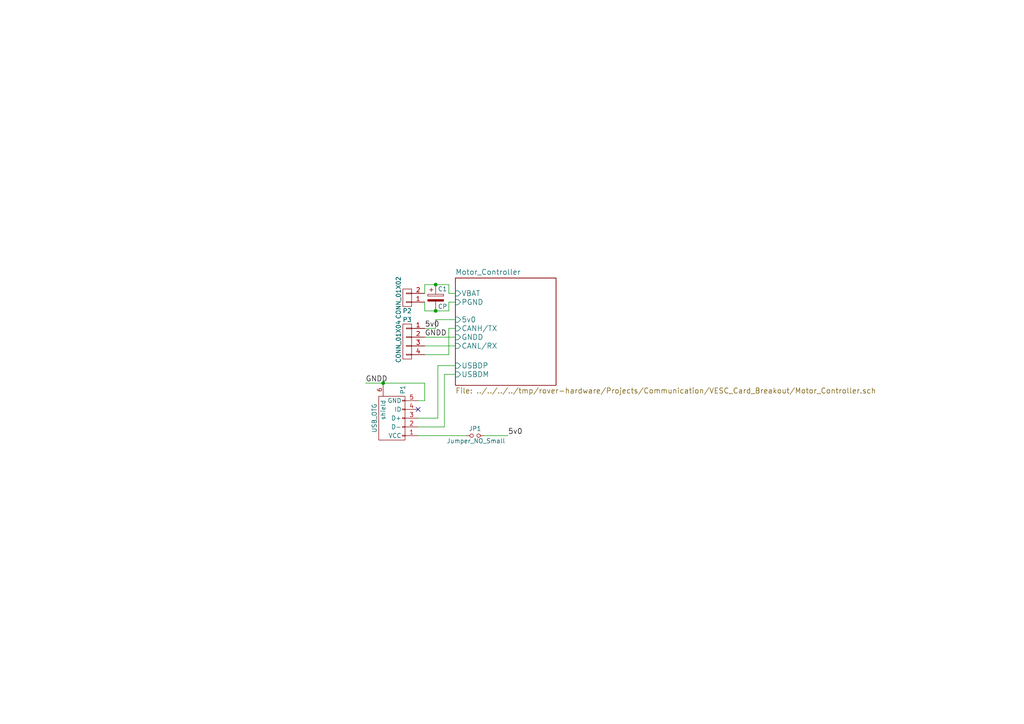
<source format=kicad_sch>
(kicad_sch (version 20230121) (generator eeschema)
  (paper "A4")
  (lib_symbols
    (symbol "VESC_Card_Breakout-rescue:CONN_01X02" (pin_names (offset 1.016) hide)
      (property "Reference" "P" (at 0 3.81 0))
      (property "Value" "CONN_01X02" (at 2.54 0 90))
      (symbol "CONN_01X02_0_1"
        (rectangle (start -1.27 -1.143) (end 0.254 -1.397))
        (rectangle (start -1.27 1.397) (end 0.254 1.143))
        (rectangle (start -1.27 2.54) (end 1.27 -2.54))
      )
      (symbol "CONN_01X02_1_1"
        (pin passive line (at -5.08 1.27 0) (length 3.81) (name "P1") (number "1"))
        (pin passive line (at -5.08 -1.27 0) (length 3.81) (name "P2") (number "2"))
      )
    )
    (symbol "VESC_Card_Breakout-rescue:CONN_01X04" (pin_names (offset 1.016) hide)
      (property "Reference" "P" (at 0 6.35 0))
      (property "Value" "CONN_01X04" (at 2.54 0 90))
      (symbol "CONN_01X04_0_1"
        (rectangle (start -1.27 -3.683) (end 0.254 -3.937))
        (rectangle (start -1.27 -1.143) (end 0.254 -1.397))
        (rectangle (start -1.27 1.397) (end 0.254 1.143))
        (rectangle (start -1.27 3.937) (end 0.254 3.683))
        (rectangle (start -1.27 5.08) (end 1.27 -5.08))
      )
      (symbol "CONN_01X04_1_1"
        (pin passive line (at -5.08 3.81 0) (length 3.81) (name "P1") (number "1"))
        (pin passive line (at -5.08 1.27 0) (length 3.81) (name "P2") (number "2"))
        (pin passive line (at -5.08 -1.27 0) (length 3.81) (name "P3") (number "3"))
        (pin passive line (at -5.08 -3.81 0) (length 3.81) (name "P4") (number "4"))
      )
    )
    (symbol "VESC_Card_Breakout-rescue:CP" (pin_numbers hide) (pin_names (offset 0.254))
      (property "Reference" "C" (at 0.635 2.54 0))
      (property "Value" "CP" (at 0.635 -2.54 0))
      (symbol "CP_0_1"
        (rectangle (start -2.286 0.508) (end -2.286 1.016))
        (rectangle (start -2.286 0.508) (end 2.286 0.508))
        (polyline (pts (xy -1.778 2.286) (xy -0.762 2.286)))
        (polyline (pts (xy -1.27 2.794) (xy -1.27 1.778)))
        (rectangle (start 2.286 -0.508) (end -2.286 -1.016) (fill (type outline)))
        (rectangle (start 2.286 1.016) (end -2.286 1.016))
        (rectangle (start 2.286 1.016) (end 2.286 0.508))
      )
      (symbol "CP_1_1"
        (pin passive line (at 0 3.81 270) (length 2.794) (name "~") (number "1"))
        (pin passive line (at 0 -3.81 90) (length 2.794) (name "~") (number "2"))
      )
    )
    (symbol "VESC_Card_Breakout-rescue:Jumper_NO_Small" (pin_numbers hide) (pin_names (offset 0.762) hide)
      (property "Reference" "JP" (at 0 2.032 0))
      (symbol "Jumper_NO_Small_0_1"
        (circle (center -1.016 0) (radius 0.508))
        (circle (center 1.016 0) (radius 0.508))
        (pin passive line (at -2.54 0 0) (length 1.016) (name "1") (number "1"))
        (pin passive line (at 2.54 0 180) (length 1.016) (name "2") (number "2"))
      )
    )
    (symbol "VESC_Card_Breakout-rescue:USB_OTG" (pin_names (offset 1.016))
      (property "Reference" "P" (at 8.255 -3.175 0))
      (property "Value" "USB_OTG" (at 0 5.08 0))
      (symbol "USB_OTG_0_1"
        (rectangle (start -6.35 -3.81) (end 6.35 3.81))
        (rectangle (start -5.207 -3.81) (end -4.953 -3.048))
        (rectangle (start -2.667 -3.81) (end -2.413 -3.048))
        (rectangle (start -0.127 -3.81) (end 0.127 -3.048))
        (rectangle (start 2.413 -3.81) (end 2.667 -3.048))
        (rectangle (start 4.953 -3.81) (end 5.207 -3.048))
      )
      (symbol "USB_OTG_1_1"
        (pin power_out line (at -5.08 -7.62 90) (length 3.81) (name "VCC") (number "1"))
        (pin passive line (at -2.54 -7.62 90) (length 3.81) (name "D-") (number "2"))
        (pin passive line (at 0 -7.62 90) (length 3.81) (name "D+") (number "3"))
        (pin power_in line (at 2.54 -7.62 90) (length 3.81) (name "ID") (number "4"))
        (pin power_in line (at 5.08 -7.62 90) (length 3.81) (name "GND") (number "5"))
        (pin passive line (at 10.16 2.54 180) (length 3.81) (name "shield") (number "6"))
      )
    )
  )
  (junction (at 111.125 111.125))
  (junction (at 126.365 82.55))
  (junction (at 126.365 90.17))
  (no_connect (at 121.285 118.745))
  (wire (pts (xy 132.08 108.585) (xy 128.905 108.585)))
  (wire (pts (xy 121.285 121.285) (xy 127 121.285)))
  (wire (pts (xy 132.08 87.63) (xy 130.175 87.63)))
  (wire (pts (xy 140.335 126.365) (xy 147.32 126.365)))
  (wire (pts (xy 123.19 85.09) (xy 123.19 82.55)))
  (wire (pts (xy 127 121.285) (xy 127 106.045)))
  (wire (pts (xy 127 106.045) (xy 132.08 106.045)))
  (wire (pts (xy 111.125 111.125) (xy 123.19 111.125)))
  (wire (pts (xy 126.365 92.71) (xy 126.365 95.25)))
  (wire (pts (xy 126.365 95.25) (xy 123.19 95.25)))
  (wire (pts (xy 132.08 100.33) (xy 123.19 100.33)))
  (wire (pts (xy 123.19 82.55) (xy 126.365 82.55)))
  (wire (pts (xy 132.08 95.25) (xy 130.175 95.25)))
  (wire (pts (xy 121.285 126.365) (xy 135.255 126.365)))
  (wire (pts (xy 128.905 123.825) (xy 121.285 123.825)))
  (wire (pts (xy 130.175 95.25) (xy 130.175 102.87)))
  (wire (pts (xy 123.19 116.205) (xy 121.285 116.205)))
  (wire (pts (xy 130.175 102.87) (xy 123.19 102.87)))
  (wire (pts (xy 130.175 90.17) (xy 126.365 90.17)))
  (wire (pts (xy 130.175 82.55) (xy 130.175 85.09)))
  (wire (pts (xy 132.08 97.79) (xy 123.19 97.79)))
  (wire (pts (xy 130.175 85.09) (xy 132.08 85.09)))
  (wire (pts (xy 126.365 90.17) (xy 123.19 90.17)))
  (wire (pts (xy 130.175 87.63) (xy 130.175 90.17)))
  (wire (pts (xy 106.045 111.125) (xy 111.125 111.125)))
  (wire (pts (xy 128.905 108.585) (xy 128.905 123.825)))
  (wire (pts (xy 126.365 82.55) (xy 130.175 82.55)))
  (wire (pts (xy 123.19 111.125) (xy 123.19 116.205)))
  (wire (pts (xy 126.365 92.71) (xy 132.08 92.71)))
  (wire (pts (xy 123.19 90.17) (xy 123.19 87.63)))
  (label "GNDD" (at 106.045 111.125 0) (effects (font (size 1.524 1.524))))
  (label "GNDD" (at 123.19 97.79 0) (effects (font (size 1.524 1.524))))
  (label "5v0" (at 123.19 95.25 0) (effects (font (size 1.524 1.524))))
  (label "5v0" (at 147.32 126.365 0) (effects (font (size 1.524 1.524))))
  (symbol (lib_id "VESC_Card_Breakout-rescue:CONN_01X02") (at 118.11 86.36 180) (unit 1)
    (property "Reference" "P2" (at 118.11 90.17 0))
    (property "Value" "CONN_01X02" (at 115.57 86.36 90))
    (property "Footprint" "Connectors_Molex:Molex_MiniFit-JR-5569-02A2_2x01x4.20mm_Angled" (effects hide))
  )
  (symbol (lib_id "VESC_Card_Breakout-rescue:CONN_01X04") (at 118.11 99.06 0) (mirror y) (unit 1)
    (property "Reference" "P3" (at 118.11 92.71 0))
    (property "Value" "CONN_01X04" (at 115.57 99.06 90))
    (property "Footprint" "USST-footprints:Molex_39502_1004R" (effects hide))
  )
  (symbol (lib_id "VESC_Card_Breakout-rescue:USB_OTG") (at 113.665 121.285 90) (unit 1)
    (property "Reference" "P1" (at 116.84 113.03 0))
    (property "Value" "USB_OTG" (at 108.585 121.285 0))
    (property "Footprint" "Connect:USB_Mini-B" (effects hide))
  )
  (symbol (lib_id "VESC_Card_Breakout-rescue:Jumper_NO_Small") (at 137.795 126.365 0) (unit 1)
    (property "Reference" "JP1" (at 137.795 124.333 0))
    (property "Value" "Jumper_NO_Small" (at 138.049 127.889 0))
    (property "Footprint" "USST-footprints:J_0603" (effects hide))
  )
  (symbol (lib_id "VESC_Card_Breakout-rescue:CP") (at 126.365 86.36 0) (unit 1)
    (property "Reference" "C1" (at 127 83.82 0) (effects (justify left)))
    (property "Value" "CP" (at 127 88.9 0) (effects (justify left)))
    (property "Footprint" "Capacitors_SMD:CP_Elec_10x10" (effects hide))
  )
  (sheet (at 132.08 80.645) (size 29.21 31.115)
    (property "Sheetname" "Motor_Controller" (at 132.08 79.8064 0) (effects (font (size 1.524 1.524)) (justify left bottom)))
    (property "Sheetfile" "../../../../tmp/rover-hardware/Projects/Communication/VESC_Card_Breakout/Motor_Controller.sch" (at 132.08 112.4462 0) (effects (font (size 1.524 1.524)) (justify left top)))
    (pin "VBAT" input (at 132.08 85.09 180) (effects (font (size 1.524 1.524))))
    (pin "PGND" input (at 132.08 87.63 180) (effects (font (size 1.524 1.524))))
    (pin "CANH/TX" input (at 132.08 95.25 180) (effects (font (size 1.524 1.524))))
    (pin "CANL/RX" input (at 132.08 100.33 180) (effects (font (size 1.524 1.524))))
    (pin "USBDP" input (at 132.08 106.045 180) (effects (font (size 1.524 1.524))))
    (pin "USBDM" input (at 132.08 108.585 180) (effects (font (size 1.524 1.524))))
    (pin "GNDD" input (at 132.08 97.79 180) (effects (font (size 1.524 1.524))))
    (pin "5v0" input (at 132.08 92.71 180) (effects (font (size 1.524 1.524))))
  )
)
</source>
